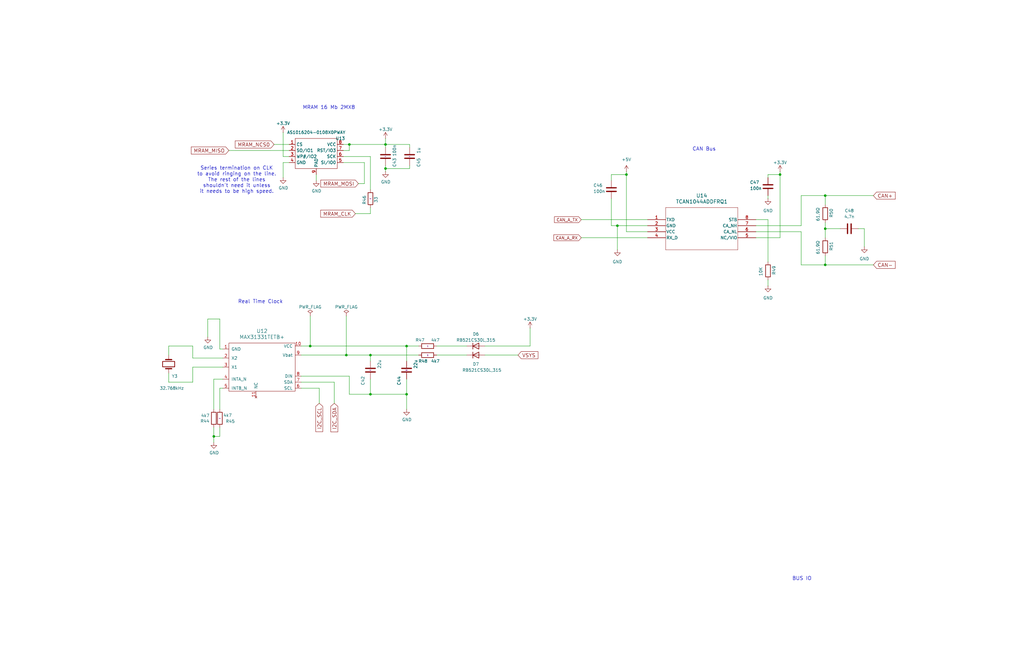
<source format=kicad_sch>
(kicad_sch (version 20250114) (generator "eeschema") (generator_version "9.0")
  (paper "USLedger")
  (title_block (title "Radiation Tolerant PacSat Communication") (date "2023-06-17") (rev "1.1") (company "AMSAT-NA") (comment 1 "N5BRG"))
  (lib_symbols
    (symbol "Device:C" (pin_numbers (hide yes)) (pin_names (offset 0.254))
      (property "Reference" "C" (at 0.635 2.54 0))
      (property "Value" "C" (at 0.635 -2.54 0))
      (symbol "C_0_1"
        (polyline (pts (xy -2.032 0.762) (xy 2.032 0.762)) (stroke (width 0.508)))
        (polyline (pts (xy -2.032 -0.762) (xy 2.032 -0.762)) (stroke (width 0.508)))
      )
      (symbol "C_1_1"
        (pin passive line (at 0 3.81 270) (length 2.794) (name "~") (number "1"))
        (pin passive line (at 0 -3.81 90) (length 2.794) (name "~") (number "2"))
      )
    )
    (symbol "Device:Crystal" (pin_numbers (hide yes)) (pin_names (offset 1.016) (hide yes))
      (property "Reference" "Y" (at 0 3.81 0))
      (property "Value" "Crystal" (at 0 -3.81 0))
      (symbol "Crystal_0_1"
        (polyline (pts (xy -2.54 0) (xy -1.905 0)))
        (polyline (pts (xy -1.905 -1.27) (xy -1.905 1.27)) (stroke (width 0.508)))
        (rectangle (start -1.143 2.54) (end 1.143 -2.54) (stroke (width 0.3048)))
        (polyline (pts (xy 1.905 -1.27) (xy 1.905 1.27)) (stroke (width 0.508)))
        (polyline (pts (xy 2.54 0) (xy 1.905 0)))
      )
      (symbol "Crystal_1_1"
        (pin passive line (at -3.81 0 0) (length 1.27) (name "1") (number "1"))
        (pin passive line (at 3.81 0 180) (length 1.27) (name "2") (number "2"))
      )
    )
    (symbol "Device:R" (pin_numbers (hide yes)) (pin_names (offset 0))
      (property "Reference" "R" (at 2.032 0 90))
      (property "Value" "R" (at 0 0 90))
      (symbol "R_0_1"
        (rectangle (start -1.016 -2.54) (end 1.016 2.54) (stroke (width 0.254)))
      )
      (symbol "R_1_1"
        (pin passive line (at 0 3.81 270) (length 1.27) (name "~") (number "1"))
        (pin passive line (at 0 -3.81 90) (length 1.27) (name "~") (number "2"))
      )
    )
    (symbol "Diode:1N914" (pin_numbers (hide yes)) (pin_names (hide yes))
      (property "Reference" "D" (at 0 2.54 0))
      (property "Value" "1N914" (at 0 -2.54 0))
      (symbol "1N914_0_1"
        (polyline (pts (xy -1.27 1.27) (xy -1.27 -1.27)) (stroke (width 0.254)))
        (polyline (pts (xy 1.27 1.27) (xy 1.27 -1.27) (xy -1.27 0) (xy 1.27 1.27)) (stroke (width 0.254)))
        (polyline (pts (xy 1.27 0) (xy -1.27 0)))
      )
      (symbol "1N914_1_1"
        (pin passive line (at -3.81 0 0) (length 2.54) (name "K") (number "1"))
        (pin passive line (at 3.81 0 180) (length 2.54) (name "A") (number "2"))
      )
    )
    (symbol "PACSAT_ICs:MAX31331" (pin_names (offset 1.016))
      (property "Reference" "U?" (at -1.27 14.9098 0))
      (property "Value" "MAX31331" (at -1.27 12.2174 0))
      (symbol "MAX31331_0_1"
        (rectangle (start -13.97 10.16) (end 13.97 -10.16))
      )
      (symbol "MAX31331_1_1"
        (pin power_in line (at -16.51 7.62 0) (length 2.54) (name "GND") (number "1"))
        (pin input line (at -16.51 3.81 0) (length 2.54) (name "X2") (number "2"))
        (pin input line (at -16.51 0 0) (length 2.54) (name "X1") (number "3"))
        (pin open_collector line (at -16.51 -5.08 0) (length 2.54) (name "INTA_N") (number "4"))
        (pin open_collector line (at -16.51 -8.89 0) (length 2.54) (name "INTB_N") (number "5"))
        (pin no_connect line (at -2.54 -12.7 90) (length 2.54) (name "NC") (number "11"))
        (pin power_in line (at 16.51 8.89 180) (length 2.54) (name "VCC") (number "10"))
        (pin power_in line (at 16.51 5.08 180) (length 2.54) (name "Vbat") (number "9"))
        (pin input line (at 16.51 -3.81 180) (length 2.54) (name "DIN") (number "8"))
        (pin tri_state line (at 16.51 -6.35 180) (length 2.54) (name "SDA") (number "7"))
        (pin input line (at 16.51 -8.89 180) (length 2.54) (name "SCL") (number "6"))
      )
    )
    (symbol "PACSAT_ICs:QSPI_FLASH_WSON_8-pin"
      (property "Reference" "U13" (at 10.16 6.35 0))
      (property "Value" "AS1016204-0108X0PWAY" (at 0 8.89 0))
      (symbol "QSPI_FLASH_WSON_8-pin_0_1"
        (rectangle (start -8.89 6.35) (end 8.89 -6.35))
      )
      (symbol "QSPI_FLASH_WSON_8-pin_1_1"
        (pin input line (at -11.43 3.81 0) (length 2.54) (name "CS") (number "1"))
        (pin input line (at -11.43 1.27 0) (length 2.54) (name "SO/IO1") (number "2"))
        (pin input line (at -11.43 -1.27 0) (length 2.54) (name "WP#/IO2") (number "3"))
        (pin power_in line (at -11.43 -3.81 0) (length 2.54) (name "GND") (number "4"))
        (pin passive line (at 0 -8.89 90) (length 2.54) (name "PAD") (number "9"))
        (pin power_in line (at 11.43 3.81 180) (length 2.54) (name "VCC") (number "8"))
        (pin input line (at 11.43 1.27 180) (length 2.54) (name "RST/IO3") (number "7"))
        (pin input line (at 11.43 -1.27 180) (length 2.54) (name "SCK") (number "6"))
        (pin input line (at 11.43 -3.81 180) (length 2.54) (name "SI/IO0") (number "5"))
      )
    )
    (symbol "PACSAT_ICs:TCAN1044ADDFRQ1" (pin_names (offset 0.254))
      (property "Reference" "U" (at 22.86 10.16 0))
      (property "Value" "TCAN1044ADDFRQ1" (at 22.86 7.62 0))
      (symbol "TCAN1044ADDFRQ1_0_1"
        (polyline (pts (xy 7.62 5.08) (xy 7.62 -12.7)) (stroke (width 0.127)))
        (polyline (pts (xy 7.62 -12.7) (xy 38.1 -12.7)) (stroke (width 0.127)))
        (polyline (pts (xy 38.1 5.08) (xy 7.62 5.08)) (stroke (width 0.127)))
        (polyline (pts (xy 38.1 -12.7) (xy 38.1 5.08)) (stroke (width 0.127)))
        (pin bidirectional line (at 45.72 -2.54 180) (length 7.62) (name "CA_NH") (number "7"))
        (pin bidirectional line (at 45.72 -5.08 180) (length 7.62) (name "CA_NL") (number "6"))
        (pin power_in line (at 45.72 -7.62 180) (length 7.62) (name "NC/VIO") (number "5"))
      )
      (symbol "TCAN1044ADDFRQ1_1_1"
        (pin input line (at 0 0 0) (length 7.62) (name "TXD") (number "1"))
        (pin power_in line (at 0 -2.54 0) (length 7.62) (name "GND") (number "2"))
        (pin power_in line (at 0 -5.08 0) (length 7.62) (name "VCC") (number "3"))
        (pin output line (at 0 -7.62 0) (length 7.62) (name "RX_D") (number "4"))
        (pin input line (at 45.72 0 180) (length 7.62) (name "STB") (number "8"))
      )
    )
    (symbol "power:+3.3V" (power) (pin_numbers (hide yes)) (pin_names (offset 0) (hide yes))
      (property "Value" "+3.3V" (at 0 3.556 0))
      (symbol "+3.3V_0_1"
        (polyline (pts (xy -0.762 1.27) (xy 0 2.54)))
        (polyline (pts (xy 0 2.54) (xy 0.762 1.27)))
        (polyline (pts (xy 0 0) (xy 0 2.54)))
      )
      (symbol "+3.3V_1_1"
        (pin power_in line (at 0 0 90) (length 0) (name "~") (number "1"))
      )
    )
    (symbol "power:+5V" (power) (pin_numbers (hide yes)) (pin_names (offset 0) (hide yes))
      (property "Value" "+5V" (at 0 3.556 0))
      (symbol "+5V_0_1"
        (polyline (pts (xy -0.762 1.27) (xy 0 2.54)))
        (polyline (pts (xy 0 2.54) (xy 0.762 1.27)))
        (polyline (pts (xy 0 0) (xy 0 2.54)))
      )
      (symbol "+5V_1_1"
        (pin power_in line (at 0 0 90) (length 0) (name "~") (number "1"))
      )
    )
    (symbol "power:GND" (power) (pin_numbers (hide yes)) (pin_names (offset 0) (hide yes))
      (property "Value" "GND" (at 0 -3.81 0))
      (symbol "GND_0_1"
        (polyline (pts (xy 0 0) (xy 0 -1.27) (xy 1.27 -1.27) (xy 0 -2.54) (xy -1.27 -1.27) (xy 0 -1.27)))
      )
      (symbol "GND_1_1"
        (pin power_in line (at 0 0 270) (length 0) (name "~") (number "1"))
      )
    )
    (symbol "power:PWR_FLAG" (power) (pin_numbers (hide yes)) (pin_names (offset 0) (hide yes))
      (property "Value" "PWR_FLAG" (at 0 3.81 0))
      (symbol "PWR_FLAG_0_0"
        (pin power_out line (at 0 0 90) (length 0) (name "~") (number "1"))
      )
      (symbol "PWR_FLAG_0_1"
        (polyline (pts (xy 0 0) (xy 0 1.27) (xy -1.016 1.905) (xy 0 2.54) (xy 1.016 1.905) (xy 0 1.27)))
      )
    )
  )
  (text "MRAM 16 Mb 2MX8" (at 127.635 46.355 0) (effects (font (size 1.524 1.524)) (justify left bottom)))
  (text "Series termination on CLK\nto avoid ringing on the line.\nThe rest of the lines\nshouldn't need it unless\nit needs to be high speed." (at 99.822 75.946 0) (effects (font (size 1.524 1.524))))
  (text "CAN Bus" (at 296.926 62.992 0) (effects (font (size 1.524 1.524))))
  (text "BUS IO" (at 334.01 245.11 0) (effects (font (size 1.524 1.524)) (justify left bottom)))
  (text "Real Time Clock" (at 100.33 128.27 0) (effects (font (size 1.524 1.524)) (justify left bottom)))
  (junction (at 162.56 60.96))
  (junction (at 260.35 95.25))
  (junction (at 347.98 82.55))
  (junction (at 130.81 146.05))
  (junction (at 146.05 149.86))
  (junction (at 156.21 166.37))
  (junction (at 328.93 73.66))
  (junction (at 347.98 111.76))
  (junction (at 147.32 60.96))
  (junction (at 162.56 71.12))
  (junction (at 264.16 73.66))
  (junction (at 156.21 149.86))
  (junction (at 90.17 184.15))
  (junction (at 347.98 96.52))
  (junction (at 171.45 146.05))
  (junction (at 171.45 166.37))
  (wire (pts (xy 144.78 63.5) (xy 147.32 63.5)))
  (wire (pts (xy 162.56 58.42) (xy 162.56 60.96)))
  (wire (pts (xy 184.15 149.86) (xy 196.85 149.86)))
  (wire (pts (xy 172.72 62.23) (xy 172.72 60.96)))
  (wire (pts (xy 156.21 90.17) (xy 149.86 90.17)))
  (wire (pts (xy 134.62 163.83) (xy 134.62 170.18)))
  (wire (pts (xy 318.77 92.71) (xy 323.85 92.71)))
  (wire (pts (xy 260.35 95.25) (xy 273.05 95.25)))
  (wire (pts (xy 156.21 66.04) (xy 144.78 66.04)))
  (wire (pts (xy 130.81 133.35) (xy 130.81 146.05)))
  (wire (pts (xy 323.85 82.55) (xy 323.85 83.82)))
  (wire (pts (xy 260.35 95.25) (xy 260.35 105.41)))
  (wire (pts (xy 127 146.05) (xy 130.81 146.05)))
  (wire (pts (xy 81.28 154.94) (xy 93.98 154.94)))
  (wire (pts (xy 347.98 82.55) (xy 337.82 82.55)))
  (wire (pts (xy 92.71 180.34) (xy 92.71 184.15)))
  (wire (pts (xy 328.93 73.66) (xy 328.93 100.33)))
  (wire (pts (xy 93.98 147.32) (xy 92.71 147.32)))
  (wire (pts (xy 264.16 97.79) (xy 273.05 97.79)))
  (wire (pts (xy 156.21 66.04) (xy 156.21 80.01)))
  (wire (pts (xy 347.98 96.52) (xy 347.98 100.33)))
  (wire (pts (xy 127 149.86) (xy 146.05 149.86)))
  (wire (pts (xy 90.17 160.02) (xy 90.17 172.72)))
  (wire (pts (xy 71.12 161.29) (xy 81.28 161.29)))
  (wire (pts (xy 127 161.29) (xy 140.97 161.29)))
  (wire (pts (xy 71.12 149.86) (xy 71.12 146.05)))
  (wire (pts (xy 347.98 82.55) (xy 347.98 86.36)))
  (wire (pts (xy 171.45 166.37) (xy 171.45 172.72)))
  (wire (pts (xy 147.32 166.37) (xy 156.21 166.37)))
  (wire (pts (xy 147.32 60.96) (xy 162.56 60.96)))
  (wire (pts (xy 87.63 134.62) (xy 87.63 142.24)))
  (wire (pts (xy 257.81 83.82) (xy 257.81 95.25)))
  (wire (pts (xy 245.11 100.33) (xy 273.05 100.33)))
  (wire (pts (xy 127 163.83) (xy 134.62 163.83)))
  (wire (pts (xy 121.92 66.04) (xy 119.38 66.04)))
  (wire (pts (xy 257.81 95.25) (xy 260.35 95.25)))
  (wire (pts (xy 337.82 111.76) (xy 347.98 111.76)))
  (wire (pts (xy 184.15 146.05) (xy 196.85 146.05)))
  (wire (pts (xy 172.72 60.96) (xy 162.56 60.96)))
  (wire (pts (xy 245.11 92.71) (xy 273.05 92.71)))
  (wire (pts (xy 264.16 73.66) (xy 264.16 97.79)))
  (wire (pts (xy 119.38 66.04) (xy 119.38 55.88)))
  (wire (pts (xy 92.71 134.62) (xy 87.63 134.62)))
  (wire (pts (xy 171.45 146.05) (xy 176.53 146.05)))
  (wire (pts (xy 156.21 166.37) (xy 171.45 166.37)))
  (wire (pts (xy 96.52 63.5) (xy 121.92 63.5)))
  (wire (pts (xy 318.77 97.79) (xy 337.82 97.79)))
  (wire (pts (xy 153.67 68.58) (xy 153.67 77.47)))
  (wire (pts (xy 147.32 63.5) (xy 147.32 60.96)))
  (wire (pts (xy 146.05 149.86) (xy 156.21 149.86)))
  (wire (pts (xy 156.21 149.86) (xy 176.53 149.86)))
  (wire (pts (xy 156.21 149.86) (xy 156.21 152.4)))
  (wire (pts (xy 364.49 96.52) (xy 364.49 104.14)))
  (wire (pts (xy 90.17 180.34) (xy 90.17 184.15)))
  (wire (pts (xy 323.85 92.71) (xy 323.85 110.49)))
  (wire (pts (xy 328.93 72.39) (xy 328.93 73.66)))
  (wire (pts (xy 90.17 184.15) (xy 90.17 186.69)))
  (wire (pts (xy 323.85 73.66) (xy 328.93 73.66)))
  (wire (pts (xy 264.16 72.39) (xy 264.16 73.66)))
  (wire (pts (xy 171.45 146.05) (xy 171.45 152.4)))
  (wire (pts (xy 156.21 160.02) (xy 156.21 166.37)))
  (wire (pts (xy 81.28 146.05) (xy 81.28 151.13)))
  (wire (pts (xy 323.85 74.93) (xy 323.85 73.66)))
  (wire (pts (xy 337.82 97.79) (xy 337.82 111.76)))
  (wire (pts (xy 144.78 68.58) (xy 153.67 68.58)))
  (wire (pts (xy 257.81 73.66) (xy 264.16 73.66)))
  (wire (pts (xy 81.28 154.94) (xy 81.28 161.29)))
  (wire (pts (xy 172.72 69.85) (xy 172.72 71.12)))
  (wire (pts (xy 93.98 163.83) (xy 92.71 163.83)))
  (wire (pts (xy 153.67 77.47) (xy 151.13 77.47)))
  (wire (pts (xy 323.85 118.11) (xy 323.85 120.65)))
  (wire (pts (xy 81.28 151.13) (xy 93.98 151.13)))
  (wire (pts (xy 92.71 163.83) (xy 92.71 172.72)))
  (wire (pts (xy 130.81 146.05) (xy 171.45 146.05)))
  (wire (pts (xy 121.92 60.96) (xy 115.57 60.96)))
  (wire (pts (xy 328.93 100.33) (xy 318.77 100.33)))
  (wire (pts (xy 337.82 82.55) (xy 337.82 95.25)))
  (wire (pts (xy 257.81 76.2) (xy 257.81 73.66)))
  (wire (pts (xy 140.97 161.29) (xy 140.97 170.18)))
  (wire (pts (xy 172.72 71.12) (xy 162.56 71.12)))
  (wire (pts (xy 71.12 146.05) (xy 81.28 146.05)))
  (wire (pts (xy 93.98 160.02) (xy 90.17 160.02)))
  (wire (pts (xy 147.32 158.75) (xy 147.32 166.37)))
  (wire (pts (xy 146.05 133.35) (xy 146.05 149.86)))
  (wire (pts (xy 171.45 166.37) (xy 171.45 160.02)))
  (wire (pts (xy 347.98 93.98) (xy 347.98 96.52)))
  (wire (pts (xy 368.3 82.55) (xy 347.98 82.55)))
  (wire (pts (xy 347.98 96.52) (xy 354.33 96.52)))
  (wire (pts (xy 162.56 71.12) (xy 162.56 72.39)))
  (wire (pts (xy 156.21 87.63) (xy 156.21 90.17)))
  (wire (pts (xy 347.98 111.76) (xy 368.3 111.76)))
  (wire (pts (xy 347.98 107.95) (xy 347.98 111.76)))
  (wire (pts (xy 121.92 68.58) (xy 119.38 68.58)))
  (wire (pts (xy 92.71 184.15) (xy 90.17 184.15)))
  (wire (pts (xy 71.12 157.48) (xy 71.12 161.29)))
  (wire (pts (xy 361.95 96.52) (xy 364.49 96.52)))
  (wire (pts (xy 223.52 146.05) (xy 223.52 138.43)))
  (wire (pts (xy 133.35 73.66) (xy 133.35 76.2)))
  (wire (pts (xy 127 158.75) (xy 147.32 158.75)))
  (wire (pts (xy 144.78 60.96) (xy 147.32 60.96)))
  (wire (pts (xy 119.38 68.58) (xy 119.38 74.93)))
  (wire (pts (xy 162.56 60.96) (xy 162.56 62.23)))
  (wire (pts (xy 92.71 147.32) (xy 92.71 134.62)))
  (wire (pts (xy 204.47 146.05) (xy 223.52 146.05)))
  (wire (pts (xy 162.56 69.85) (xy 162.56 71.12)))
  (wire (pts (xy 204.47 149.86) (xy 218.44 149.86)))
  (wire (pts (xy 318.77 95.25) (xy 337.82 95.25)))
  (global_label "MRAM_NCS0" (shape input) (at 115.57 60.96 180) (effects (font (size 1.524 1.524))) (property "Intersheetrefs" "${INTERSHEET_REFS}" (effects (hide yes))))
  (global_label "MRAM_MISO" (shape input) (at 96.52 63.5 180) (effects (font (size 1.524 1.524))) (property "Intersheetrefs" "${INTERSHEET_REFS}" (effects (hide yes))))
  (global_label "CAN+" (shape input) (at 368.3 82.55 0) (effects (font (size 1.524 1.524))) (property "Intersheetrefs" "${INTERSHEET_REFS}" (effects (hide yes))))
  (global_label "I2C_SCL" (shape input) (at 134.62 170.18 270) (effects (font (size 1.524 1.524))) (property "Intersheetrefs" "${INTERSHEET_REFS}" (effects (hide yes))))
  (global_label "CAN_A_RX" (shape input) (at 245.11 100.33 180) (property "Intersheetrefs" "${INTERSHEET_REFS}" (effects (hide yes))))
  (global_label "CAN-" (shape input) (at 368.3 111.76 0) (effects (font (size 1.524 1.524))) (property "Intersheetrefs" "${INTERSHEET_REFS}" (effects (hide yes))))
  (global_label "MRAM_CLK" (shape input) (at 149.86 90.17 180) (effects (font (size 1.524 1.524))) (property "Intersheetrefs" "${INTERSHEET_REFS}" (effects (hide yes))))
  (global_label "I2C_SDA" (shape input) (at 140.97 170.18 270) (effects (font (size 1.524 1.524))) (property "Intersheetrefs" "${INTERSHEET_REFS}" (effects (hide yes))))
  (global_label "VSYS" (shape input) (at 218.44 149.86 0) (effects (font (size 1.524 1.524))) (property "Intersheetrefs" "${INTERSHEET_REFS}" (effects (hide yes))))
  (global_label "CAN_A_TX" (shape input) (at 245.11 92.71 180) (property "Intersheetrefs" "${INTERSHEET_REFS}" (effects (hide yes))))
  (global_label "MRAM_MOSI" (shape input) (at 151.13 77.47 180) (effects (font (size 1.524 1.524))) (property "Intersheetrefs" "${INTERSHEET_REFS}" (effects (hide yes))))
  (symbol (lib_id "Device:C") (at 156.21 156.21 0) (unit 1)
    (property "Reference" "C42" (at 153.035 160.655 90))
    (property "Value" "22u" (at 160.02 153.67 90))
    (property "Footprint" "Capacitor_SMD:C_0603_1608Metric_Pad1.08x0.95mm_HandSolder" (effects (hide yes)))
    (property "Datasheet" "~" (at 156.21 156.21 0))
  )
  (symbol (lib_id "Device:R") (at 90.17 176.53 180) (unit 1)
    (property "Reference" "R44" (at 88.392 177.6984 0) (effects (justify left)))
    (property "Value" "4k7" (at 88.392 175.387 0) (effects (justify left)))
    (property "Footprint" "Resistor_SMD:R_0603_1608Metric_Pad0.98x0.95mm_HandSolder" (effects (hide yes)))
  )
  (symbol (lib_id "power:GND") (at 323.85 120.65 0) (unit 1)
    (property "Reference" "#PWR0117" (effects (hide yes)))
    (property "Value" "GND" (at 323.85 125.73 0))
    (property "Description" "Power symbol creates a global label with name \"GND\" , ground" (effects (hide yes)))
  )
  (symbol (lib_id "power:+3.3V") (at 328.93 72.39 0) (unit 1)
    (property "Reference" "#PWR0118" (effects (hide yes)))
    (property "Value" "+3.3V" (at 328.93 68.58 0))
  )
  (symbol (lib_id "power:+5V") (at 264.16 72.39 0) (unit 1)
    (property "Reference" "#PWR0115" (effects (hide yes)))
    (property "Value" "+5V" (at 264.16 67.31 0))
    (property "Description" "Power symbol creates a global label with name \"+5V\"" (effects (hide yes)))
  )
  (symbol (lib_id "power:GND") (at 260.35 105.41 0) (unit 1)
    (property "Reference" "#PWR0114" (effects (hide yes)))
    (property "Value" "GND" (at 260.35 110.49 0))
    (property "Description" "Power symbol creates a global label with name \"GND\" , ground" (effects (hide yes)))
  )
  (symbol (lib_id "power:PWR_FLAG") (at 130.81 133.35 0) (unit 1)
    (property "Reference" "#FLG012" (effects (hide yes)))
    (property "Value" "PWR_FLAG" (at 130.81 129.54 0))
  )
  (symbol (lib_id "Device:R") (at 156.21 83.82 0) (unit 1)
    (property "Reference" "R46" (at 153.67 86.36 90) (effects (justify left)))
    (property "Value" "33" (at 158.496 85.598 90) (effects (justify left)))
    (property "Footprint" "Resistor_SMD:R_0603_1608Metric_Pad0.98x0.95mm_HandSolder" (effects (hide yes)))
    (property "Datasheet" "~" (at 156.21 83.82 0))
  )
  (symbol (lib_id "power:+3.3V") (at 162.56 58.42 0) (unit 1)
    (property "Reference" "#PWR0110" (effects (hide yes)))
    (property "Value" "+3.3V" (at 162.56 54.61 0))
  )
  (symbol (lib_id "Device:R") (at 347.98 104.14 0) (unit 1)
    (property "Reference" "R51" (at 350.52 103.886 90))
    (property "Value" "61.9Ω" (at 344.932 104.394 90))
    (property "Footprint" "Resistor_SMD:R_0603_1608Metric_Pad0.98x0.95mm_HandSolder" (effects (hide yes)))
    (property "Description" "Resistor" (effects (hide yes)))
  )
  (symbol (lib_id "Device:C") (at 257.81 80.01 0) (unit 1)
    (property "Reference" "C46" (at 250.19 78.232 0) (effects (justify left)))
    (property "Value" "100n" (at 250.19 80.772 0) (effects (justify left)))
    (property "Footprint" "Capacitor_SMD:C_0603_1608Metric_Pad1.08x0.95mm_HandSolder" (effects (hide yes)))
    (property "Description" "Unpolarized capacitor" (effects (hide yes)))
  )
  (symbol (lib_id "Device:C") (at 323.85 78.74 0) (unit 1)
    (property "Reference" "C47" (at 316.23 76.962 0) (effects (justify left)))
    (property "Value" "100n" (at 316.23 79.502 0) (effects (justify left)))
    (property "Footprint" "Capacitor_SMD:C_0603_1608Metric_Pad1.08x0.95mm_HandSolder" (effects (hide yes)))
    (property "Description" "Unpolarized capacitor" (effects (hide yes)))
  )
  (symbol (lib_id "power:GND") (at 171.45 172.72 0) (unit 1)
    (property "Reference" "#PWR0112" (effects (hide yes)))
    (property "Value" "GND" (at 171.577 177.1142 0))
  )
  (symbol (lib_id "power:GND") (at 364.49 104.14 0) (unit 1)
    (property "Reference" "#PWR0119" (effects (hide yes)))
    (property "Value" "GND" (at 364.49 109.22 0))
    (property "Description" "Power symbol creates a global label with name \"GND\" , ground" (effects (hide yes)))
  )
  (symbol (lib_id "power:GND") (at 87.63 142.24 0) (unit 1)
    (property "Reference" "#PWR0105" (effects (hide yes)))
    (property "Value" "GND" (at 87.757 146.6342 0))
  )
  (symbol (lib_id "Device:C") (at 358.14 96.52 90) (unit 1)
    (property "Reference" "C48" (at 358.14 88.9 90))
    (property "Value" "4.7n" (at 358.14 91.44 90))
    (property "Footprint" "Capacitor_SMD:C_0603_1608Metric_Pad1.08x0.95mm_HandSolder" (effects (hide yes)))
    (property "Description" "Unpolarized capacitor" (effects (hide yes)))
  )
  (symbol (lib_id "Device:R") (at 180.34 146.05 90) (unit 1)
    (property "Reference" "R47" (at 179.07 143.51 90) (effects (justify left)))
    (property "Value" "4k7" (at 185.42 143.51 90) (effects (justify left)))
    (property "Footprint" "Resistor_SMD:R_0603_1608Metric_Pad0.98x0.95mm_HandSolder" (effects (hide yes)))
    (property "Datasheet" "~" (at 180.34 146.05 0))
  )
  (symbol (lib_id "PACSAT_ICs:MAX31331") (at 110.49 154.94 0) (unit 1)
    (property "Reference" "U12" (at 110.49 139.7 0) (effects (font (size 1.524 1.524))))
    (property "Value" "MAX31331TETB+" (at 110.49 142.24 0) (effects (font (size 1.524 1.524))))
    (property "Footprint" "PacSatDev_misc:TDFN-10-1EP_3x3mm_P0.5mm_EP0.9x2mm" (effects (hide yes)))
  )
  (symbol (lib_id "power:GND") (at 90.17 186.69 0) (unit 1)
    (property "Reference" "#PWR0106" (effects (hide yes)))
    (property "Value" "GND" (at 90.297 191.0842 0))
  )
  (symbol (lib_id "Device:R") (at 347.98 90.17 0) (unit 1)
    (property "Reference" "R50" (at 350.52 89.916 90))
    (property "Value" "61.9Ω" (at 344.932 90.424 90))
    (property "Footprint" "Resistor_SMD:R_0603_1608Metric_Pad0.98x0.95mm_HandSolder" (effects (hide yes)))
    (property "Description" "Resistor" (effects (hide yes)))
  )
  (symbol (lib_id "power:GND") (at 133.35 76.2 0) (unit 1)
    (property "Reference" "#PWR0109" (effects (hide yes)))
    (property "Value" "GND" (at 133.477 80.5942 0))
  )
  (symbol (lib_id "Device:C") (at 171.45 156.21 0) (unit 1)
    (property "Reference" "C44" (at 168.275 160.655 90))
    (property "Value" "22u" (at 175.26 153.67 90))
    (property "Footprint" "Capacitor_SMD:C_0603_1608Metric_Pad1.08x0.95mm_HandSolder" (effects (hide yes)))
    (property "Datasheet" "~" (at 171.45 156.21 0))
  )
  (symbol (lib_id "Device:Crystal") (at 71.12 153.67 270) (unit 1)
    (property "Reference" "Y3" (at 72.39 158.75 90) (effects (justify left)))
    (property "Value" "32.768kHz" (at 67.31 163.83 90) (effects (justify left)))
    (property "Footprint" "Crystal:Crystal_SMD_EuroQuartz_EQ161-2Pin_3.2x1.5mm" (effects (hide yes)))
  )
  (symbol (lib_id "Device:C") (at 162.56 66.04 0) (unit 1)
    (property "Reference" "C43" (at 166.37 68.58 90))
    (property "Value" "100n" (at 166.37 63.5 90))
    (property "Footprint" "Capacitor_SMD:C_0603_1608Metric_Pad1.08x0.95mm_HandSolder" (effects (hide yes)))
    (property "Datasheet" "~" (at 162.56 66.04 0))
  )
  (symbol (lib_id "Diode:1N914") (at 200.66 146.05 0) (unit 1)
    (property "Reference" "D6" (at 200.66 140.97 0))
    (property "Value" "RB521CS30L,315" (at 200.66 143.51 0))
    (property "Footprint" "Diode_SMD:D_SOD-882" (effects (hide yes)))
    (property "Datasheet" "http://www.vishay.com/docs/85622/1n914.pdf" (effects (hide yes)))
    (property "Sim.Device" "D" (effects (hide yes)))
    (property "Sim.Pins" "1=K 2=A" (effects (hide yes)))
  )
  (symbol (lib_id "PACSAT_ICs:QSPI_FLASH_WSON_8-pin") (at 133.35 64.77 0) (unit 1)
    (property "Reference" "U13" (at 143.51 58.42 0))
    (property "Value" "AS1016204-0108X0PWAY" (at 133.35 55.88 0))
    (property "Footprint" "Package_SON:WSON-8-1EP_8x6mm_P1.27mm_EP3.4x4.3mm" (effects (hide yes)))
    (property "Datasheet" "AS1016204-0108X0PWAY" (effects (hide yes)))
    (property "Description" "QSPI Memory" (effects (hide yes)))
    (property "MAXIMUM_PACKAGE_HEIGHT" "0.95mm" (effects (hide yes)))
    (property "CREATOR" "ASHISH" (effects (hide yes)))
    (property "STANDARD" "IPC-7351B" (effects (hide yes)))
    (property "PARTREV" "v3.2" (effects (hide yes)))
    (property "MANUFACTURER" "Everspin" (effects (hide yes)))
  )
  (symbol (lib_id "power:GND") (at 323.85 83.82 0) (unit 1)
    (property "Reference" "#PWR0116" (effects (hide yes)))
    (property "Value" "GND" (at 323.85 88.9 0))
    (property "Description" "Power symbol creates a global label with name \"GND\" , ground" (effects (hide yes)))
  )
  (symbol (lib_id "Device:R") (at 180.34 149.86 90) (unit 1)
    (property "Reference" "R48" (at 180.34 152.4 90) (effects (justify left)))
    (property "Value" "4k7" (at 185.42 152.4 90) (effects (justify left)))
    (property "Footprint" "Resistor_SMD:R_0603_1608Metric_Pad0.98x0.95mm_HandSolder" (effects (hide yes)))
    (property "Datasheet" "~" (at 180.34 149.86 0))
  )
  (symbol (lib_id "power:GND") (at 119.38 74.93 0) (unit 1)
    (property "Reference" "#PWR0108" (effects (hide yes)))
    (property "Value" "GND" (at 119.507 79.3242 0))
  )
  (symbol (lib_id "power:+3.3V") (at 223.52 138.43 0) (unit 1)
    (property "Reference" "#PWR0113" (effects (hide yes)))
    (property "Value" "+3.3V" (at 223.52 134.62 0))
  )
  (symbol (lib_id "Device:R") (at 92.71 176.53 180) (unit 1)
    (property "Reference" "R45" (at 99.06 177.8 0) (effects (justify left)))
    (property "Value" "4k7" (at 97.79 175.26 0) (effects (justify left)))
    (property "Footprint" "Resistor_SMD:R_0603_1608Metric_Pad0.98x0.95mm_HandSolder" (effects (hide yes)))
    (property "Datasheet" "~" (at 92.71 176.53 0))
  )
  (symbol (lib_id "power:PWR_FLAG") (at 146.05 133.35 0) (unit 1)
    (property "Reference" "#FLG013" (effects (hide yes)))
    (property "Value" "PWR_FLAG" (at 146.05 129.54 0))
  )
  (symbol (lib_id "power:+3.3V") (at 119.38 55.88 0) (unit 1)
    (property "Reference" "#PWR0107" (effects (hide yes)))
    (property "Value" "+3.3V" (at 119.38 52.07 0))
  )
  (symbol (lib_id "PACSAT_ICs:TCAN1044ADDFRQ1") (at 273.05 92.71 0) (unit 1)
    (property "Reference" "U14" (at 295.91 82.55 0) (effects (font (size 1.524 1.524))))
    (property "Value" "TCAN1044ADDFRQ1" (at 295.91 85.09 0) (effects (font (size 1.524 1.524))))
    (property "Footprint" "Package_TO_SOT_SMD:TSOT-23-8" (effects (hide yes)))
    (property "Datasheet" "TCAN1044ADDFRQ1" (effects (hide yes)))
  )
  (symbol (lib_id "Diode:1N914") (at 200.66 149.86 0) (unit 1)
    (property "Reference" "D7" (at 200.66 153.67 0))
    (property "Value" "RB521CS30L,315" (at 203.2 156.21 0))
    (property "Footprint" "Diode_SMD:D_SOD-882" (effects (hide yes)))
    (property "Datasheet" "http://www.vishay.com/docs/85622/1n914.pdf" (effects (hide yes)))
    (property "Sim.Device" "D" (effects (hide yes)))
    (property "Sim.Pins" "1=K 2=A" (effects (hide yes)))
  )
  (symbol (lib_id "Device:C") (at 172.72 66.04 0) (unit 1)
    (property "Reference" "C45" (at 176.53 68.58 90))
    (property "Value" "1u" (at 176.53 63.5 90))
    (property "Footprint" "Capacitor_SMD:C_0603_1608Metric_Pad1.08x0.95mm_HandSolder" (effects (hide yes)))
    (property "Datasheet" "~" (at 172.72 66.04 0))
  )
  (symbol (lib_id "Device:R") (at 323.85 114.3 0) (unit 1)
    (property "Reference" "R49" (at 326.39 114.046 90))
    (property "Value" "10K" (at 320.802 114.554 90))
    (property "Footprint" "Resistor_SMD:R_0603_1608Metric_Pad0.98x0.95mm_HandSolder" (effects (hide yes)))
    (property "Description" "Resistor" (effects (hide yes)))
  )
  (symbol (lib_id "power:GND") (at 162.56 72.39 0) (unit 1)
    (property "Reference" "#PWR0111" (effects (hide yes)))
    (property "Value" "GND" (at 162.687 76.7842 0))
  )
)
</source>
